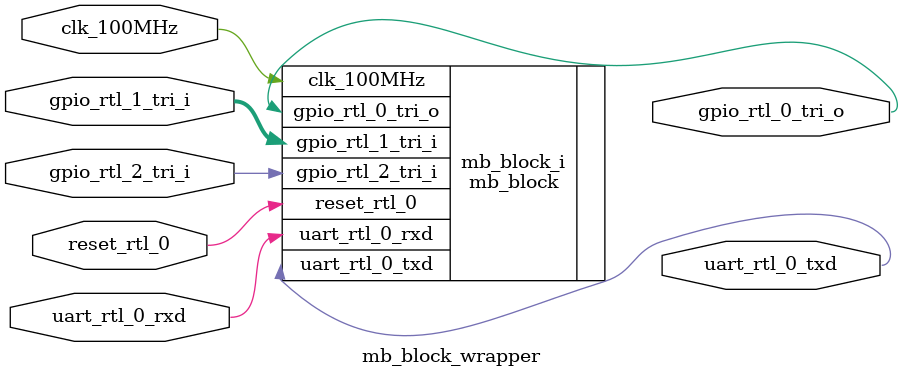
<source format=v>
`timescale 1 ps / 1 ps

module mb_block_wrapper
   (clk_100MHz,
    gpio_rtl_0_tri_o,
    gpio_rtl_1_tri_i,
    gpio_rtl_2_tri_i,
    reset_rtl_0,
    uart_rtl_0_rxd,
    uart_rtl_0_txd);
  input clk_100MHz;
  output [0:0]gpio_rtl_0_tri_o;
  input [15:0]gpio_rtl_1_tri_i;
  input [0:0]gpio_rtl_2_tri_i;
  input reset_rtl_0;
  input uart_rtl_0_rxd;
  output uart_rtl_0_txd;

  wire clk_100MHz;
  wire [0:0]gpio_rtl_0_tri_o;
  wire [15:0]gpio_rtl_1_tri_i;
  wire [0:0]gpio_rtl_2_tri_i;
  wire reset_rtl_0;
  wire uart_rtl_0_rxd;
  wire uart_rtl_0_txd;

  mb_block mb_block_i
       (.clk_100MHz(clk_100MHz),
        .gpio_rtl_0_tri_o(gpio_rtl_0_tri_o),
        .gpio_rtl_1_tri_i(gpio_rtl_1_tri_i),
        .gpio_rtl_2_tri_i(gpio_rtl_2_tri_i),
        .reset_rtl_0(reset_rtl_0),
        .uart_rtl_0_rxd(uart_rtl_0_rxd),
        .uart_rtl_0_txd(uart_rtl_0_txd));
endmodule

</source>
